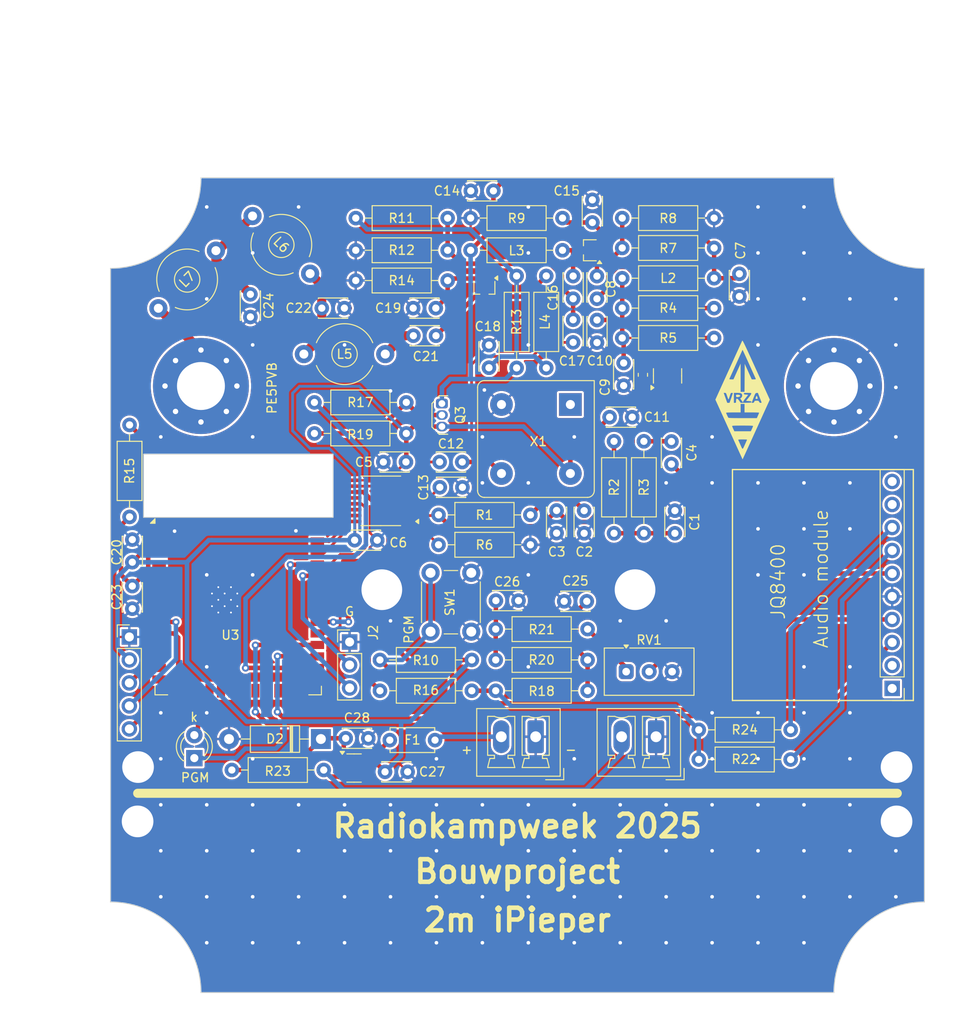
<source format=kicad_pcb>
(kicad_pcb (version 20241229) (generator "pcbnew") (generator_version "9.0")
  (title_block (title "iPieper") (date "2025-04-22") (rev "1") (company "PE5PVB"))
  (layers (0 "F.Cu" signal) (2 "B.Cu" signal) (13 "F.Paste" user) (15 "B.Paste" user) (5 "F.SilkS" user "F.Silkscreen") (7 "B.SilkS" user "B.Silkscreen") (1 "F.Mask" user) (3 "B.Mask" user) (25 "Edge.Cuts" user))
  (net 0 "")
  (net 1 "GND")
  (net 2 "Net-(U1-TUNE)")
  (net 3 "Net-(C2-Pad1)")
  (net 4 "Net-(U2-CP)")
  (net 5 "+3V3")
  (net 6 "Net-(C4-Pad1)")
  (net 7 "Net-(U1-OUT+)")
  (net 8 "Net-(Q1-B)")
  (net 9 "Net-(U1-Vcc)")
  (net 10 "Net-(X1-OUT)")
  (net 11 "Net-(U2-REFIN)")
  (net 12 "Net-(U2-RFINB)")
  (net 13 "Net-(Q1-E)")
  (net 14 "Net-(Q1-C)")
  (net 15 "Net-(Q2-B)")
  (net 16 "Net-(U2-RFINA)")
  (net 17 "Net-(Q2-E)")
  (net 18 "Net-(C21-Pad2)")
  (net 19 "Net-(Q2-C)")
  (net 20 "Net-(C22-Pad1)")
  (net 21 "Net-(C4-Pad2)")
  (net 22 "Net-(Q3-D)")
  (net 23 "Net-(U3-EN)")
  (net 24 "Net-(C26-Pad2)")
  (net 25 "Net-(C25-Pad2)")
  (net 26 "Net-(C18-Pad2)")
  (net 28 "Net-(J1-Pin_5)")
  (net 29 "Net-(J1-Pin_3)")
  (net 30 "Net-(J5-Pin_7)")
  (net 31 "Net-(J5-Pin_3)")
  (net 32 "Net-(J5-Pin_8)")
  (net 37 "Net-(J5-Pin_4)")
  (net 38 "Net-(U1-IND)")
  (net 39 "Net-(J1-Pin_4)")
  (net 40 "Net-(U1-OUT-)")
  (net 41 "Net-(U2-RSET)")
  (net 42 "Net-(U3-IO0)")
  (net 43 "Net-(U3-IO2)")
  (net 44 "Net-(J2-Pin_3)")
  (net 45 "Net-(U3-IO4)")
  (net 46 "Net-(J2-Pin_2)")
  (net 47 "Net-(J6-Pin_2)")
  (net 48 "Net-(U2-CLK)")
  (net 49 "Net-(U2-DATA)")
  (net 50 "Net-(U2-LE)")
  (net 51 "Net-(U2-MUXOUT)")
  (net 53 "Net-(Q3-G)")
  (net 59 "Net-(D2-K)")
  (net 64 "Net-(D1-A)")
  (net 74 "Net-(R16-Pad1)")
  (net 75 "Net-(C24-Pad1)")
  (net 76 "Net-(J4-Pad1)")
  (net 77 "Net-(J7-Pin_2)")
  (net 78 "Net-(R21-Pad2)")
  (footprint "Resistor_THT:R_Axial_DIN0207_L6.3mm_D2.5mm_P10.16mm_Horizontal" (layer "F.Cu") (at 222.0468 103.4796)
    (property "Reference" "R24")
    (property "Value" "1k")
  )
  (footprint "Package_SO:TSSOP-16_4.4x5mm_P0.65mm" (layer "F.Cu") (at 186.88505 78.1866 180)
    (property "Reference" "U2" (hide yes))
    (property "Value" "ADF4002BRUZ")
  )
  (footprint "Connector_Phoenix_MC:PhoenixContact_MCV_1,5_2-G-3.81_1x02_P3.81mm_Vertical" (layer "F.Cu") (at 217.3224 104.2416 180)
    (property "Reference" "J7" (hide yes))
    (property "Value" "SWITCH")
  )
  (footprint "Resistor_THT:R_Axial_DIN0207_L6.3mm_D2.5mm_P10.16mm_Horizontal" (layer "F.Cu") (at 194.279 53.848 180)
    (property "Reference" "R14")
    (property "Value" "82")
  )
  (footprint "LED_THT:LED_D3.0mm_FlatTop" (layer "F.Cu") (at 166.2684 106.6038 90)
    (property "Reference" "D1" (hide yes))
    (property "Value" "PGM")
  )
  (footprint "Resistor_THT:R_Axial_DIN0207_L6.3mm_D2.5mm_P10.16mm_Horizontal" (layer "F.Cu") (at 196.9516 99.1616 180)
    (property "Reference" "R16")
    (property "Value" "2k2")
  )
  (footprint "Package_TO_SOT_SMD:SOT-23-6" (layer "F.Cu") (at 218.597 64.3835 90)
    (property "Reference" "U1" (hide yes))
    (property "Value" "MAX2606")
  )
  (footprint "Capacitor_THT:C_Disc_D3.0mm_W2.0mm_P2.50mm" (layer "F.Cu") (at 207.1624 89.281)
    (property "Reference" "C25")
    (property "Value" "22n")
  )
  (footprint "Capacitor_THT:C_Disc_D3.0mm_W2.0mm_P2.50mm" (layer "F.Cu") (at 159.4104 84.963 90)
    (property "Reference" "C20")
    (property "Value" "100n")
  )
  (footprint "Capacitor_THT:C_Disc_D4.7mm_W2.5mm_P5.00mm" (layer "F.Cu") (at 187.8809 104.6151)
    (property "Reference" "F1")
    (property "Value" "250mA")
  )
  (footprint "Resistor_THT:R_Axial_DIN0207_L6.3mm_D2.5mm_P10.16mm_Horizontal" (layer "F.Cu") (at 222.0468 106.7562)
    (property "Reference" "R22")
    (property "Value" "1k")
  )
  (footprint "Inductor_THT:L_Toroid_Horizontal_D6.5mm_P10.00mm_Diameter7-5mm_Amidon-T25" (layer "F.Cu") (at 179.423553 53.439553 135)
    (property "Reference" "L6")
    (property "Value" "100nH")
  )
  (footprint "Resistor_THT:R_Axial_DIN0207_L6.3mm_D2.5mm_P10.16mm_Horizontal" (layer "F.Cu") (at 196.9516 95.758 180)
    (property "Reference" "R10")
    (property "Value" "10k")
  )
  (footprint "Resistor_THT:R_Axial_DIN0207_L6.3mm_D2.5mm_P10.16mm_Horizontal" (layer "F.Cu") (at 199.5932 99.1616)
    (property "Reference" "R18")
    (property "Value" "2k2")
  )
  (footprint "Package_TO_SOT_SMD:SOT-23-5" (layer "F.Cu") (at 183.9293 107.6998)
    (property "Reference" "U4" (hide yes))
    (property "Value" "MIC94310-SYM5-TR")
  )
  (footprint "Inductor_THT:L_Toroid_Horizontal_D6.5mm_P10.00mm_Diameter7-5mm_Amidon-T25" (layer "F.Cu") (at 187.88 61.976 180)
    (property "Reference" "L5")
    (property "Value" "56nH")
  )
  (footprint "Oscillator:Oscillator_DIP-8_LargePads" (layer "F.Cu") (at 207.84975 67.544 180)
    (property "Reference" "X1")
    (property "Value" "ASV-10MHz")
  )
  (footprint "Resistor_THT:R_Axial_DIN0207_L6.3mm_D2.5mm_P10.16mm_Horizontal" (layer "F.Cu") (at 201.9046 63.5 90)
    (property "Reference" "R13")
    (property "Value" "47")
  )
  (footprint "Capacitor_THT:C_Disc_D3.0mm_W2.0mm_P2.50mm" (layer "F.Cu") (at 208.153 58.1806 -90)
    (property "Reference" "C17")
    (property "Value" "100p")
  )
  (footprint "Resistor_THT:R_Axial_DIN0207_L6.3mm_D2.5mm_P10.16mm_Horizontal" (layer "F.Cu") (at 179.547 67.31)
    (property "Reference" "R17")
    (property "Value" "10k")
  )
  (footprint "Capacitor_THT:C_Disc_D3.0mm_W2.0mm_P2.50mm" (layer "F.Cu") (at 172.466 55.372 -90)
    (property "Reference" "C24")
    (property "Value" "27p")
  )
  (footprint "MountingHole:MountingHole_5.3mm_M5_Pad_Via" (layer "F.Cu") (at 167 65.5)
    (property "Reference" "J4" (hide yes))
    (property "Value" "RF")
  )
  (footprint "Capacitor_THT:C_Disc_D3.0mm_W2.0mm_P2.50mm" (layer "F.Cu") (at 202.1132 89.2048 180)
    (property "Reference" "C26")
    (property "Value" "22n")
  )
  (footprint "Diode_THT:D_DO-41_SOD81_P10.16mm_Horizontal" (layer "F.Cu") (at 180.2638 104.4956 180)
    (property "Reference" "D2")
    (property "Value" "1N4007")
  )
  (footprint "Resistor_THT:R_Axial_DIN0207_L6.3mm_D2.5mm_P10.16mm_Horizontal" (layer "F.Cu") (at 223.743 50.252 180)
    (property "Reference" "R7")
    (property "Value" "10k")
  )
  (footprint "Resistor_THT:R_Axial_DIN0207_L6.3mm_D2.5mm_P10.16mm_Horizontal" (layer "F.Cu") (at 170.4165 107.9171)
    (property "Reference" "R23")
    (property "Value" "10k")
  )
  (footprint "Capacitor_THT:C_Disc_D3.0mm_W2.0mm_P2.50mm" (layer "F.Cu") (at 219.40675 81.768 90)
    (property "Reference" "C1")
    (property "Value" "2n7")
  )
  (footprint "Capacitor_THT:C_Disc_D3.0mm_W2.0mm_P2.50mm" (layer "F.Cu") (at 193.39175 73.894)
    (property "Reference" "C12")
    (property "Value" "100p")
  )
  (footprint "Capacitor_THT:C_Disc_D3.0mm_W2.0mm_P2.50mm" (layer "F.Cu") (at 193.41175 76.688)
    (property "Reference" "C13")
    (property "Value" "1n")
  )
  (footprint "Resistor_THT:R_Axial_DIN0207_L6.3mm_D2.5mm_P10.16mm_Horizontal" (layer "F.Cu") (at 203.43015 79.736 180)
    (property "Reference" "R1")
    (property "Value" "2k")
  )
  (footprint "MountingHole:MountingHole_5.3mm_M5_Pad_Via" (layer "F.Cu") (at 237 65.5)
    (property "Reference" "J3" (hide yes))
    (property "Value" "RF")
  )
  (footprint "Resistor_THT:R_Axial_DIN0207_L6.3mm_D2.5mm_P10.16mm_Horizontal" (layer "F.Cu") (at 212.67575 71.608 -90)
    (property "Reference" "R2")
    (property "Value" "4k7")
  )
  (footprint "Resistor_THT:R_Axial_DIN0207_L6.3mm_D2.5mm_P10.16mm_Horizontal" (layer "F.Cu") (at 194.279 50.506 180)
    (property "Reference" "R12")
    (property "Value" "10k")
  )
  (footprint "Resistor_THT:R_Axial_DIN0207_L6.3mm_D2.5mm_P10.16mm_Horizontal" (layer "F.Cu") (at 213.583 46.95)
    (property "Reference" "R8")
    (property "Value" "10k")
  )
  (footprint "Capacitor_THT:C_Disc_D3.0mm_W2.0mm_P2.50mm" (layer "F.Cu") (at 210.789 55.86 90)
    (property "Reference" "C8")
    (property "Value" "1n")
  )
  (footprint "Connector_PinHeader_2.54mm:PinHeader_1x10_P2.54mm_Vertical" (layer "F.Cu") (at 243.4336 98.9076 180)
    (property "Reference" "J5" (hide yes))
    (property "Value" "JQ8400-FL")
  )
  (footprint "Resistor_THT:R_Axial_DIN0207_L6.3mm_D2.5mm_P10.16mm_Horizontal" (layer "F.Cu") (at 206.979 46.95 180)
    (property "Reference" "R9")
    (property "Value" "10")
  )
  (footprint "Capacitor_THT:C_Disc_D3.0mm_W2.0mm_P2.50mm" (layer "F.Cu") (at 210.7946 58.206 -90)
    (property "Reference" "C10")
    (property "Value" "1uF")
  )
  (footprint "Resistor_THT:R_Axial_DIN0207_L6.3mm_D2.5mm_P10.16mm_Horizontal" (layer "F.Cu") (at 205.1812 63.5 90)
    (property "Reference" "L4")
    (property "Value" "1uH")
  )
  (footprint "Connector_Phoenix_MC:PhoenixContact_MCV_1,5_2-G-3.81_1x02_P3.81mm_Vertical" (layer "F.Cu") (at 204.0128 104.2416 180)
    (property "Reference" "J6" (hide yes))
    (property "Value" "BATTERY")
  )
  (footprint "Resistor_THT:R_Axial_DIN0207_L6.3mm_D2.5mm_P10.16mm_Horizontal" (layer "F.Cu") (at 223.743 56.896 180)
    (property "Reference" "R4")
    (property "Value" "1k")
  )
  (footprint "Resistor_THT:R_Axial_DIN0207_L6.3mm_D2.5mm_P10.16mm_Horizontal" (layer "F.Cu") (at 159.1056 69.7992 -90)
    (property "Reference" "R15")
    (property "Value" "10k")
  )
  (footprint "Resistor_THT:R_Axial_DIN0207_L6.3mm_D2.5mm_P10.16mm_Horizontal" (layer "F.Cu") (at 223.743 53.594 180)
    (property "Reference" "L2")
    (property "Value" "1uH")
  )
  (footprint "Capacitor_THT:C_Disc_D3.0mm_W2.0mm_P2.50mm" (layer "F.Cu") (at 226.537 55.606 90)
    (property "Reference" "C7")
    (property "Value" "10n")
  )
  (footprint "Package_TO_SOT_SMD:SOT-323_SC-70" (layer "F.Cu") (at 198.343 54.626 -90)
    (property "Reference" "Q2" (hide yes))
    (property "Value" "BFR193")
  )
  (footprint "Resistor_THT:R_Axial_DIN0207_L6.3mm_D2.5mm_P10.16mm_Horizontal" (layer "F.Cu") (at 184.119 46.95)
    (property "Reference" "R11")
    (property "Value" "10k")
  )
  (footprint "Resistor_THT:R_Axial_DIN0207_L6.3mm_D2.5mm_P10.16mm_Horizontal" (layer "F.Cu") (at 215.97775 81.768 90)
    (property "Reference" "R3")
    (property "Value" "4k7")
  )
  (footprint "Resistor_THT:R_Axial_DIN0207_L6.3mm_D2.5mm_P10.16mm_Horizontal" (layer "F.Cu") (at 199.5932 92.3544)
    (property "Reference" "R21")
    (property "Value" "2k2")
  )
  (footprint "Button_Switch_THT:SW_PUSH_6mm" (layer "F.Cu") (at 192.3902 92.6326 90)
    (property "Reference" "SW1")
    (property "Value" "SW_Push")
  )
  (footprint "Capacitor_THT:C_Disc_D3.0mm_W2.0mm_P2.50mm" (layer "F.Cu") (at 198.851 60.98 -90)
    (property "Reference" "C18")
    (property "Value" "10n")
  )
  (footprint "Capacitor_THT:C_Disc_D3.0mm_W2.0mm_P2.50mm" (layer "F.Cu") (at 192.989 59.944 180)
    (property "Reference" "C21")
    (property "Value" "22p")
  )
  (footprint "Package_TO_SOT_SMD:SOT-323_SC-70" (layer "F.Cu") (at 210.027 50.506 180)
    (property "Reference" "Q1" (hide yes))
    (property "Value" "BFR193")
  )
  (footprint "Capacitor_THT:C_Disc_D3.0mm_W2.0mm_P2.50mm" (layer "F.Cu") (at 159.4104 90.0992 90)
    (property "Reference" "C23")
    (property "Value" "100n")
  )
  (footprint "Inductor_SMD:L_0603_1608Metric" (layer "F.Cu") (at 215.869 64.262 -90)
    (property "Reference" "L1" (hide yes))
    (property "Value" "L-14WR15GV4E")
  )
  (footprint "Capacitor_THT:C_Disc_D3.0mm_W2.0mm_P2.50mm" (layer "F.Cu") (at 183.99375 82.53)
    (property "Reference" "C6")
    (property "Value" "100n")
  )
  (footprint "Resistor_THT:R_Axial_DIN0207_L6.3mm_D2.5mm_P10.16mm_Horizontal" (layer "F.Cu") (at 196.819 50.506)
    (property "Reference" "L3")
    (property "Value" "1uH")
  )
  (footprint "Capacitor_THT:C_Disc_D3.0mm_W2.0mm_P2.50mm" (layer "F.Cu") (at 212.18775 68.941)
    (property "Reference" "C11")
    (property "Value" "100n")
  )
  (footprint "Capacitor_THT:C_Disc_D3.0mm_W2.0mm_P2.50mm" (layer "F.Cu") (at 196.839 43.942)
    (property "Reference" "C14")
    (property "Value" "10n")
  )
  (footprint "Capacitor_THT:C_Disc_D3.0mm_W2.0mm_P2.50mm" (layer "F.Cu") (at 189.66875 73.894 180)
    (property "Reference" "C5")
    (property "Value" "100n")
  )
  (footprint "Potentiometer_THT:Potentiometer_Vishay_T93YA_Vertical" (layer "F.Cu") (at 214.0204 97.0534)
    (property "Reference" "RV1")
    (property "Value" "100")
  )
  (footprint "Capacitor_THT:C_Disc_D3.0mm_W2.0mm_P2.50mm" (layer "F.Cu") (at 219.02575 71.628 -90)
    (property "Reference" "C4")
    (property "Value" "1uF")
  )
  (footprint "Capacitor_THT:C_Disc_D3.0mm_W2.0mm_P2.50mm" (layer "F.Cu") (at 213.741 62.9558 -90)
    (property "Reference" "C9")
    (property "Value" "10n")
  )
  (footprint "Capacitor_THT:C_Disc_D3.0mm_W2.0mm_P2.50mm" (layer "F.Cu") (at 208.153 53.3546 -90)
    (property "Reference" "C16")
    (property "Value" "47n")
  )
  (footprint "Resistor_THT:R_Axial_DIN0207_L6.3mm_D2.5mm_P10.16mm_Horizontal" (layer "F.Cu") (at 223.743 60.198 180)
    (property "Reference" "R5")
    (property "Value" "1k")
  )
  (footprint "Capacitor_THT:C_Disc_D3.0mm_W2.0mm_P2.50mm" (layer "F.Cu") (at 210.281 47.438 90)
    (property "Reference" "C15")
    (property "Value" "47n")
  )
  (footprint "Capacitor_THT:C_Disc_D3.0mm_W2.0mm_P2.50mm" (layer "F.Cu") (at 192.969 56.896 180)
    (property "Reference" "C19")
    (property "Value" "47n")
  )
  (footprint "Inductor_THT:L_Toroid_Horizontal_D6.5mm_P10.00mm_Diameter7-5mm_Amidon-T25" (layer "F.Cu") (at 169.009553 50.192447 -135)
    (property "Reference" "L7")
    (property "Value" "56nH")
  )
  (footprint "Resistor_THT:R_Axial_DIN0207_L6.3mm_D2.5mm_P10.16mm_Horizontal" (layer "F.Cu") (at 179.547 70.739)
    (property "Reference" "R19")
    (property "Value" "270k")
  )
  (footprint "Capacitor_THT:C_Disc_D3.0mm_W2.0mm_P2.50mm" (layer "F.Cu") (at 180.36 56.896)
    (property "Reference" "C22")
    (property "Value" "27p")
  )
  (footprint "Capacitor_THT:C_Disc_D3.0mm_W2.0mm_P2.50mm" (layer "F.Cu") (at 187.3529 108.1203)
    (property "Reference" "C27")
    (property "Value" "1uF")
  )
  (footprint "RF_Module:ESP32-WROOM-32E" (layer "F.Cu") (at 171.1198 86.6616)
    (property "Reference" "U3")
    (property "Value" "ESP32-WROOM-32D")
  )
  (footprint "Resistor_THT:R_Axial_DIN0207_L6.3mm_D2.5mm_P10.16mm_Horizontal" (layer "F.Cu") (at 193.27015 83.038)
    (property "Reference" "R6")
    (property "Value" "5k1")
  )
  (footprint "Capacitor_THT:C_Disc_D3.0mm_W2.0mm_P2.50mm" (layer "F.Cu") (at 206.32575 79.248 -90)
    (property "Reference" "C3")
    (property "Value" "6n8")
  )
  (footprint "Capacitor_THT:C_Disc_D3.0mm_W2.0mm_P2.50mm" (layer "F.Cu") (at 209.37375 79.268 -90)
    (property "Reference" "C2")
    (property "Value" "100n")
  )
  (footprint "Resistor_THT:R_Axial_DIN0207_L6.3mm_D2.5mm_P10.16mm_Horizontal" (layer "F.Cu") (at 209.7532 95.758 180)
    (property "Reference" "R20")
    (property "Value" "2k2")
  )
  (footprint "Capacitor_THT:C_Disc_D3.0mm_W2.0mm_P2.50mm" (layer "F.Cu") (at 183.0041 104.4119)
    (property "Reference" "C28")
    (property "Value" "1uF")
  )
  (footprint "Connector_PinHeader_2.54mm:PinHeader_1x03_P2.54mm_Vertical" (layer "F.Cu") (at 183.4388 93.7768)
    (property "Reference" "J2")
    (property "Value" "1x3 header")
  )
  (footprint "Connector_PinHeader_2.54mm:PinHeader_1x05_P2.54mm_Vertical" (layer "F.Cu") (at 159.0802 93.218)
    (property "Reference" "J1" (hide yes))
    (property "Value" "AUX")
  )
  (footprint "Package_TO_SOT_THT:TO-92Flat" (layer "F.Cu") (at 193.644 67.437 -90)
    (property "Reference" "Q3")
    (property "Value" "ZVP2106A")
  )
  (footprint "Library:VRZA" (layer "F.Cu") (at 226.8728 67.0052)
    (property "Reference" "G***" (hide yes))
    (property "Value" "LOGO" (hide yes))
  )
  (gr_line (start 225.7704 100.2376) (end 245.7704 100.2376) (stroke (width 0.15)) (layer "F.SilkS"))
  (gr_line (start 244 110.49) (end 160 110.49) (stroke (width 1)) (layer "F.SilkS"))
  (gr_line (start 245.7704 100.2376) (end 245.7704 74.7268) (stroke (width 0.15)) (layer "F.SilkS"))
  (gr_line (start 225.7704 74.7268) (end 245.7704 74.7268) (stroke (width 0.15)) (layer "F.SilkS"))
  (gr_line (start 225.7704 100.2376) (end 225.7704 74.7268) (stroke (width 0.15)) (layer "F.SilkS"))
  (gr_line (start 181.61 73.025) (end 181.61 80.01) (stroke (width 0.1)) (layer "Edge.Cuts"))
  (gr_arc (start 247 52.5) (mid 239.928932 49.571068) (end 237 42.5) (stroke (width 0.1)) (layer "Edge.Cuts"))
  (gr_line (start 247 122.5) (end 247 52.5) (stroke (width 0.1)) (layer "Edge.Cuts"))
  (gr_arc (start 167 42.5) (mid 164.071068 49.571068) (end 157 52.5) (stroke (width 0.1)) (layer "Edge.Cuts"))
  (gr_line (start 237 42.5) (end 167 42.5) (stroke (width 0.1)) (layer "Edge.Cuts"))
  (gr_arc (start 237 132.5) (mid 239.928932 125.428932) (end 247 122.5) (stroke (width 0.1)) (layer "Edge.Cuts"))
  (gr_line (start 181.61 80.01) (end 160.655 80.01) (stroke (width 0.1)) (layer "Edge.Cuts"))
  (gr_line (start 160.655 80.01) (end 160.655 73.025) (stroke (width 0.1)) (layer "Edge.Cuts"))
  (gr_line (start 160.655 73.025) (end 181.61 73.025) (stroke (width 0.1)) (layer "Edge.Cuts"))
  (gr_line (start 157 122.5) (end 157 52.5) (stroke (width 0.1)) (layer "Edge.Cuts"))
  (gr_arc (start 157 122.5) (mid 164.071068 125.428932) (end 167 132.5) (stroke (width 0.1)) (layer "Edge.Cuts"))
  (gr_line (start 167 132.5) (end 237 132.5) (stroke (width 0.1)) (layer "Edge.Cuts"))
  (gr_text "JQ8400" (at 231.6988 91.4146 90) (layer "F.SilkS") (effects (font (size 1.5 1.5)) (justify left bottom)))
  (gr_text "PE5PVB" (at 175.4378 68.6816 90) (layer "F.SilkS") (effects (font (size 1 1)) (justify left bottom)))
  (gr_text "-" (at 207.1878 106.2482 0) (layer "F.SilkS") (effects (font (size 1 1)) (justify left bottom)))
  (gr_text "Bouwproject" (at 201.9808 120.5992 0) (layer "F.SilkS") (effects (font (size 2.5 2.5) (thickness 0.5) (bold yes)) (justify bottom)))
  (gr_text "2m iPieper" (at 201.9808 125.9586 0) (layer "F.SilkS") (effects (font (size 2.5 2.5) (thickness 0.5) (bold yes)) (justify bottom)))
  (gr_text "PGM" (at 164.6936 109.347 0) (layer "F.SilkS") (effects (font (size 1 1)) (justify left bottom)))
  (gr_text "PGM\n" (at 190.5762 94.0562 90) (layer "F.SilkS") (effects (font (size 1 1)) (justify left bottom)))
  (gr_text "G" (at 182.8292 91.0082 0) (layer "F.SilkS") (effects (font (size 1 1)) (justify left bottom)))
  (gr_text "Radiokampweek 2025" (at 201.9808 115.57 0) (layer "F.SilkS") (effects (font (size 2.5 2.5) (thickness 0.5) (bold yes)) (justify bottom)))
  (gr_text "+" (at 195.6816 106.2482 0) (layer "F.SilkS") (effects (font (size 1 1)) (justify left bottom)))
  (gr_text "k" (at 165.735 102.6668 0) (layer "F.SilkS") (effects (font (size 1 1)) (justify left bottom)))
  (gr_text "Audio module" (at 236.4486 94.5642 90) (layer "F.SilkS") (effects (font (size 1.5 1.5)) (justify left bottom)))
  (segment (start 183.043 57.059) (end 183.043 57.313) (width 0.5) (layer "F.Cu") (net 1))
  (segment (start 183.46 56.896) (end 183.043 57.313) (width 0.5) (layer "F.Cu") (net 1))
  (via (at 203.2 45.72) (size 0.8) (drill 0.4) (layers "F.Cu" "B.Cu") (net 1))
  (via (at 218.44 111.76) (size 0.8) (drill 0.4) (layers "F.Cu" "B.Cu") (net 1))
  (via (at 223.52 101.6) (size 0.8) (drill 0.4) (layers "F.Cu" "B.Cu") (net 1))
  (via (at 223.52 111.76) (size 0.8) (drill 0.4) (layers "F.Cu" "B.Cu") (net 1))
  (via (at 238.76 101.6) (size 0.8) (drill 0.4) (layers "F.Cu" "B.Cu") (net 1))
  (via (at 203.2 121.92) (size 0.8) (drill 0.4) (layers "F.Cu" "B.Cu") (net 1))
  (via (at 213.36 116.84) (size 0.8) (drill 0.4) (layers "F.Cu" "B.Cu") (net 1))
  (via (at 172.72 60.96) (size 0.8) (drill 0.4) (layers "F.Cu" "B.Cu") (net 1))
  (via (at 233.68 106.68) (size 0.8) (drill 0.4) (layers "F.Cu" "B.Cu") (net 1))
  (via (at 187.96 127) (size 0.8) (drill 0.4) (layers "F.Cu" "B.Cu") (net 1))
  (via (at 187 88) (size 5) (drill 4.5) (layers "F.Cu" "B.Cu") (net 1))
  (via (at 238.76 96.52) (size 0.8) (drill 0.4) (layers "F.Cu" "B.Cu") (net 1))
  (via (at 198.12 111.76) (size 0.8) (drill 0.4) (layers "F.Cu" "B.Cu") (net 1))
  (via (at 238.76 81.28) (size 0.8) (drill 0.4) (layers "F.Cu" "B.Cu") (net 1))
  (via (at 162.56 71.12) (size 0.8) (drill 0.4) (layers "F.Cu" "B.Cu") (net 1))
  (via (at 187.96 91.44) (size 0.8) (drill 0.4) (layers "F.Cu" "B.Cu") (net 1))
  (via (at 193.04 111.76) (size 0.8) (drill 0.4) (layers "F.Cu" "B.Cu") (net 1))
  (via (at 233.68 101.6) (size 0.8) (drill 0.4) (layers "F.Cu" "B.Cu") (net 1))
  (via (at 160.0454 107.5944) (size 4) (drill 3.5) (layers "F.Cu" "B.Cu") (net 1))
  (via (at 223.52 116.84) (size 0.8) (drill 0.4) (layers "F.Cu" "B.Cu") (net 1))
  (via (at 213.36 127) (size 0.8) (drill 0.4) (layers "F.Cu" "B.Cu") (net 1))
  (via (at 243.84 71.12) (size 0.8) (drill 0.4) (layers "F.Cu" "B.Cu") (net 1))
  (via (at 203.2 96.52) (size 0.8) (drill 0.4) (layers "F.Cu" "B.Cu") (net 1))
  (via (at 182.88 111.76) (size 0.8) (drill 0.4) (layers "F.Cu" "B.Cu") (net 1))
  (via (at 218.44 127) (size 0.8) (drill 0.4) (layers "F.Cu" "B.Cu") (net 1))
  (via (at 172.72 111.76) (size 0.8) (drill 0.4) (layers "F.Cu" "B.Cu") (net 1))
  (via (at 167.64 45.72) (size 0.8) (drill 0.4) (layers "F.Cu" "B.Cu") (net 1))
  (via (at 208.28 111.76) (size 0.8) (drill 0.4) (layers "F.Cu" "B.Cu") (net 1))
  (via (at 172.72 106.68) (size 0.8) (drill 0.4) (layers "F.Cu" "B.Cu") (net 1))
  (via (at 182.88 121.92) (size 0.8) (drill 0.4) (layers "F.Cu" "B.Cu") (net 1))
  (via (at 208.28 106.68) (size 0.8) (drill 0.4) (layers "F.Cu" "B.Cu") (net 1))
  (via (at 218.44 76.2) (size 0.8) (drill 0.4) (layers "F.Cu" "B.Cu") (net 1))
  (via (at 203.2 86.36) (size 0.8) (drill 0.4) (layers "F.Cu" "B.Cu") (net 1))
  (via (at 228.6 101.6) (size 0.8) (drill 0.4) (layers "F.Cu" "B.Cu") (net 1))
  (via (at 233.68 116.84) (size 0.8) (drill 0.4) (layers "F.Cu" "B.Cu") (net 1))
  (via (at 223.52 121.92) (size 0.8) (drill 0.4) (layers "F.Cu" "B.Cu") (net 1))
  (via (at 208.28 121.92) (size 0.8) (drill 0.4) (layers "F.Cu" "B.Cu") (net 1))
  (via (at 203.2 60.96) (size 0.8) (drill 0.4) (layers "F.Cu" "B.Cu") (net 1))
  (via (at 233.68 96.52) (size 0.8) (drill 0.4) (layers "F.Cu" "B.Cu") (net 1))
  (via (at 238.76 76.2) (size 0.8) (drill 0.4) (layers "F.Cu" "B.Cu") (net 1))
  (via (at 233.68 45.72) (size 0.8) (drill 0.4) (layers "F.Cu" "B.Cu") (net 1))
  (via (at 177.8 121.92) (size 0.8) (drill 0.4) (layers "F.Cu" "B.Cu") (net 1))
  (via (at 243.84 121.92) (size 0.8) (drill 0.4) (layers "F.Cu" "B.Cu") (net 1))
  (via (at 243.9162 113.5944) (size 4) (drill 3.5) (layers "F.Cu" "B.Cu") (net 1))
  (via (at 193.04 127) (size 0.8) (drill 0.4) (layers "F.Cu" "B.Cu") (net 1))
  (via (at 177.8 116.84) (size 0.8) (drill 0.4) (layers "F.Cu" "B.Cu") (net 1))
  (via (at 203.2 127) (size 0.8) (drill 0.4) (layers "F.Cu" "B.Cu") (net 1))
  (via (at 233.68 111.76) (size 0.8) (drill 0.4) (layers "F.Cu" "B.Cu") (net 1))
  (via (at 167.64 101.6) (size 0.8) (drill 0.4) (layers "F.Cu" "B.Cu") (net 1))
  (via (at 238.76 121.92) (size 0.8) (drill 0.4) (layers "F.Cu" "B.Cu") (net 1))
  (via (at 238.76 55.88) (size 0.8) (drill 0.4) (layers "F.Cu" "B.Cu") (net 1))
  (via (at 198.12 121.92) (size 0.8) (drill 0.4) (layers "F.Cu" "B.Cu") (net 1))
  (via (at 228.6 45.72) (size 0.8) (drill 0.4) (layers "F.Cu" "B.Cu") (net 1))
  (via (at 177.8 127) (size 0.8) (drill 0.4) (layers "F.Cu" "B.Cu") (net 1))
  (via (at 243.84 65.654) (size 0.8) (drill 0.4) (layers "F.Cu" "B.Cu") (net 1))
  (via (at 228.6 116.84) (size 0.8) (drill 0.4) (layers "F.Cu" "B.Cu") (net 1))
  (via (at 159.9946 113.5944) (size 4) (drill 3.5) (layers "F.Cu" "B.Cu") (net 1))
  (via (at 233.68 81.28) (size 0.8) (drill 0.4) (layers "F.Cu" "B.Cu") (net 1))
  (via (at 162.56 106.68) (size 0.8) (drill 0.4) (layers "F.Cu" "B.Cu") (net 1))
  (via (at 193.04 106.68) (size 0.8) (drill 0.4) (layers "F.Cu" "B.Cu") (net 1))
  (via (at 213.36 121.92) (size 0.8) (drill 0.4) (layers "F.Cu" "B.Cu") (net 1))
  (via (at 228.6 81.28) (size 0.8) (drill 0.4) (layers "F.Cu" "B.Cu") (net 1))
  (via (at 187.96 116.84) (size 0.8) (drill 0.4) (layers "F.Cu" "B.Cu") (net 1))
  (via (at 167.64 127) (size 0.8) (drill 0.4) (layers "F.Cu" "B.Cu") (net 1))
  (via (at 233.68 86.36) (size 0.8) (drill 0.4) (layers "F.Cu" "B.Cu") (net 1))
  (via (at 172.72 121.92) (size 0.8) (drill 0.4) (layers "F.Cu" "B.Cu") (net 1))
  (via (at 215 88) (size 5) (drill 4.5) (layers "F.Cu" "B.Cu") (net 1))
  (via (at 218.44 91.44) (size 0.8) (drill 0.4) (layers "F.Cu" "B.Cu") (net 1))
  (via (at 172.72 50.8) (size 0.8) (drill 0.4) (layers "F.Cu" "B.Cu") (net 1))
  (via (at 223.52 106.68) (size 0.8) (drill 0.4) (layers "F.Cu" "B.Cu") (net 1))
  (via (at 233.68 76.2) (size 0.8) (drill 0.4) (layers "F.Cu" "B.Cu") (net 1))
  (via (at 223.52 127) (size 0.8) (drill 0.4) (layers "F.Cu" "B.Cu") (net 1))
  (via (at 223.52 71.12) (size 0.8) (drill 0.4) (layers "F.Cu" "B.Cu") (net 1))
  (via (at 162.56 116.84) (size 0.8) (drill 0.4) (layers "F.Cu" "B.Cu") (net 1))
  (via (at 243.84 116.84) (size 0.8) (drill 0.4) (layers "F.Cu" "B.Cu") (net 1))
  (via (at 218.44 116.84) (size 0.8) (drill 0.4) (layers "F.Cu" "B.Cu") (net 1))
  (via (at 167.64 96.52) (size 0.8) (drill 0.4) (layers "F.Cu" "B.Cu") (net 1))
  (via (at 243.84 55.88) (size 0.8) (drill 0.4) (layers "F.Cu" "B.Cu") (net 1))
  (via (at 182.88 116.84) (size 0.8) (drill 0.4) (layers "F.Cu" "B.Cu") (net 1))
  (via (at 213.36 91.44) (size 0.8) (drill 0.4) (layers "F.Cu" "B.Cu") (net 1))
  (via (at 233.68 121.92) (size 0.8) (drill 0.4) (layers "F.Cu" "B.Cu") (net 1))
  (via (at 172.72 116.84) (size 0.8) (drill 0.4) (layers "F.Cu" "B.Cu") (net 1))
  (via (at 193.04 116.84) (size 0.8) (drill 0.4) (layers "F.Cu" "B.Cu") (net 1))
  (via (at 164.084 81.534) (size 0.8) (drill 0.4) (layers "F.Cu" "B.Cu") (net 1))
  (via (at 167.64 121.92) (size 0.8) (drill 0.4) (layers "F.Cu" "B.Cu") (net 1))
  (via (at 238.76 50.8) (size 0.8) (drill 0.4) (layers "F.Cu" "B.Cu") (net 1))
  (via (at 167.64 55.88) (size 0.8) (drill 0.4) (layers "F.Cu" "B.Cu") (net 1))
  (via (at 233.68 127) (size 0.8) (drill 0.4) (layers "F.Cu" "B.Cu") (net 1))
  (via (at 208.28 127) (size 0.8) (drill 0.4) (layers "F.Cu" "B.Cu") (net 1))
  (via (at 213.36 111.76) (size 0.8) (drill 0.4) (layers "F.Cu" "B.Cu") (net 1))
  (via (at 218.44 121.92) (size 0.8) (drill 0.4) (layers "F.Cu" "B.Cu") (net 1))
  (via (at 233.68 50.8) (size 0.8) (drill 0.4) (layers "F.Cu" "B.Cu") (net 1))
  (via (at 203.2 116.84) (size 0.8) (drill 0.4) (layers "F.Cu" "B.Cu") (net 1))
  (via (at 167.64 111.76) (size 0.8) (drill 0.4) (layers "F.Cu" "B.Cu") (net 1))
  (via (at 187.96 66.04) (size 0.8) (drill 0.4) (layers "F.Cu" "B.Cu") (net 1))
  (via (at 177.8 45.72) (size 0.8) (drill 0.4) (layers "F.Cu" "B.Cu") (net 1))
  (via (at 228.6 127) (size 0.8) (drill 0.4) (layers "F.Cu" "B.Cu") (net 1))
  (via (at 228.6 60.96) (size 0.8) (drill 0.4) (layers "F.Cu" "B.Cu") (net 1))
  (via (at 233.68 55.88) (size 0.8) (drill 0.4) (layers "F.Cu" "B.Cu") (net 1))
  (via (at 243.9162 107.5944) (size 4) (drill 3.5) (layers "F.Cu" "B.Cu") (net 1))
  (via (at 182.88 60.96) (size 0.8) (drill 0.4) (layers "F.Cu" "B.Cu") (net 1))
  (via (at 187.96 121.92) (size 0.8) (drill 0.4) (layers "F.Cu" "B.Cu") (net 1))
  (via (at 167.64 116.84) (size 0.8) (drill 0.4) (layers "F.Cu" "B.Cu") (net 1))
  (via (at 177.8 111.76) (size 0.8) (drill 0.4) (layers "F.Cu" "B.Cu") (net 1))
  (via (at 228.6 106.68) (size 0.8) (drill 0.4) (layers "F.Cu" "B.Cu") (net 1))
  (via (at 162.56 111.76) (size 0.8) (drill 0.4) (layers "F.Cu" "B.Cu") (net 1))
  (via (at 228.6 50.8) (size 0.8) (drill 0.4) (layers "F.Cu" "B.Cu") (net 1))
  (via (at 162.56 101.6) (size 0.8) (drill 0.4) (layers "F.Cu" "B.Cu") (net 1))
  (via (at 203.2 50.8) (size 0.8) (drill 0.4) (layers "F.Cu" "B.Cu") (net 1))
  (via (at 177.5 81.5) (size 0.8) (drill 0.4) (layers "F.Cu" "B.Cu") (net 1))
  (via (at 182.88 127) (size 0.8) (drill 0.4) (layers "F.Cu" "B.Cu") (net 1))
  (via (at 172.72 127) (size 0.8) (drill 0.4) (layers "F.Cu" "B.Cu") (net 1))
  (via (at 243.84 60.96) (size 0.8) (drill 0.4) (layers "F.Cu" "B.Cu") (net 1))
  (via (at 167.64 86.36) (size 0.8) (drill 0.4) (layers "F.Cu" "B.Cu") (net 1))
  (via (at 223.52 76.2) (size 0.8) (drill 0.4) (layers "F.Cu" "B.Cu") (net 1))
  (via (at 238.76 106.68) (size 0.8) (drill 0.4) (layers "F.Cu" "B.Cu") (net 1))
  (via (at 228.6 76.2) (size 0.8) (drill 0.4) (layers "F.Cu" "B.Cu") (net 1))
  (via (at 198.12 71.12) (size 0.8) (drill 0.4) (layers "F.Cu" "B.Cu") (net 1))
  (via (at 198.12 76.2) (size 0.8) (drill 0.4) (layers "F.Cu" "B.Cu") (net 1))
  (via (at 198.33975 65.94) (size 0.8) (drill 0.4) (layers "F.Cu" "B.Cu") (net 1))
  (via (at 208.28 116.84) (size 0.8) (drill 0.4) (layers "F.Cu" "B.Cu") (net 1))
  (via (at 203.2 111.76) (size 0.8) (drill 0.4) (layers "F.Cu" "B.Cu") (net 1))
  (via (at 198.12 127) (size 0.8) (drill 0.4) (layers "F.Cu" "B.Cu") (net 1))
  (via (at 228.6 121.92) (size 0.8) (drill 0.4) (layers "F.Cu" "B.Cu") (net 1))
  (via (at 228.6 86.36) (size 0.8) (drill 0.4) (layers "F.Cu" "B.Cu") (net 1))
  (via (at 228.6 55.88) (size 0.8) (drill 0.4) (layers "F.Cu" "B.Cu") (net 1))
  (via (at 228.6 111.76) (size 0.8) (drill 0.4) (layers "F.Cu" "B.Cu") (net 1))
  (via (at 172.72 86.36) (size 0.8) (drill 0.4) (layers "F.Cu" "B.Cu") (net 1))
  (via (at 162.56 121.92) (size 0.8) (drill 0.4) (layers "F.Cu" "B.Cu") (net 1))
  (via (at 208.28 71.12) (size 0.8) (drill 0.4) (layers "F.Cu" "B.Cu") (net 1))
  (via (at 238.76 116.84) (size 0.8) (drill 0.4) (layers "F.Cu" "B.Cu") (net 1))
  (via (at 193.04 121.92) (size 0.8) (drill 0.4) (layers "F.Cu" "B.Cu") (net 1))
  (via (at 203.2 76.2) (size 0.8) (drill 0.4) (layers "F.Cu" "B.Cu") (net 1))
  (via (at 172.72 71.12) (size 0.8) (drill 0.4) (layers "F.Cu" "B.Cu") (net 1))
  (via (at 238.76 111.76) (size 0.8) (drill 0.4) (layers "F.Cu" "B.Cu") (net 1))
  (via (at 187.96 111.76) (size 0.8) (drill 0.4) (layers "F.Cu" "B.Cu") (net 1))
  (segment (start 215.97775 81.768) (end 219.40675 81.768) (width 0.5) (layer "F.Cu") (net 2))
  (segment (start 214.72675 70.90785) (end 214.72675 81.76725) (width 0.5) (layer "F.Cu") (net 2))
  (segment (start 212.67575 81.768) (end 214.726 81.768) (width 0.5) (layer "F.Cu") (net 2))
  (segment (start 219.547 65.521) (end 219.547 68.4382) (width 0.5) (layer "F.Cu") (net 2))
  (segment (start 214.726 81.768) (end 215.97775 81.768) (width 0.5) (layer "F.Cu") (net 2))
  (segment (start 218.0336 69.9516) (end 215.683 69.9516) (width 0.5) (layer "F.Cu") (net 2))
  (segment (start 219.547 68.4382) (end 218.0336 69.9516) (width 0.5) (layer "F.Cu") (net 2))
  (segment (start 215.683 69.9516) (end 214.72675 70.90785) (width 0.5) (layer "F.Cu") (net 2))
  (segment (start 214.72675 81.76725) (end 214.726 81.768) (width 0.5) (layer "F.Cu") (net 2))
  (segment (start 208.10275 77.997) (end 209.37375 79.268) (width 0.5) (layer "F.Cu") (net 3))
  (segment (start 205.16915 77.997) (end 208.10275 77.997) (width 0.5) (layer "F.Cu") (net 3))
  (segment (start 203.43015 79.736) (end 205.16915 77.997) (width 0.5) (layer "F.Cu") (net 3))
  (segment (start 194.52115 80.987) (end 193.27015 79.736) (width 0.5) (layer "F.Cu") (net 4))
  (segment (start 189.74755 79.8116) (end 193.19455 79.8116) (width 0.3) (layer "F.Cu") (net 4))
  (segment (start 204.58675 80.987) (end 194.52115 80.987) (width 0.5) (layer "F.Cu") (net 4))
  (segment (start 212.67575 77.735182) (end 209.892932 80.518) (width 0.5) (layer "F.Cu") (net 4))
  (segment (start 193.19455 79.8116) (end 193.27015 79.736) (width 0.3) (layer "F.Cu") (net 4))
  (segment (start 212.67575 71.608) (end 212.67575 77.735182) (width 0.5) (layer "F.Cu") (net 4))
  (segment (start 207.59575 80.518) (end 206.32575 79.248) (width 0.5) (layer "F.Cu") (net 4))
  (segment (start 206.32575 79.248) (end 204.58675 80.987) (width 0.5) (layer "F.Cu") (net 4))
  (segment (start 209.892932 80.518) (end 207.59575 80.518) (width 0.5) (layer "F.Cu") (net 4))
  (segment (start 184.02255 79.8116) (end 184.02255 80.4616) (width 0.3) (layer "F.Cu") (net 5))
  (segment (start 188.41875 76.5616) (end 188.41875 75.144) (width 0.3) (layer "F.Cu") (net 5))
  (segment (start 185.9824 106.7498) (end 187.3529 108.1203) (width 0.5) (layer "F.Cu") (net 5))
  (segment (start 161.7926 82.6716) (end 162.3698 82.6716) (width 0.5) (layer "F.Cu") (net 5))
  (segment (start 195.326 95.758) (end 194.7418 96.3422) (width 0.5) (layer "F.Cu") (net 5))
  (segment (start 194.7418 96.3422) (end 194.7418 97.1296) (width 0.5) (layer "F.Cu") (net 5))
  (segment (start 223.583854 99.182) (end 236.558254 86.2076) (width 0.5) (layer "F.Cu") (net 5))
  (segment (start 196.9516 95.758) (end 195.326 95.758) (width 0.5) (layer "F.Cu") (net 5))
  (segment (start 194.7672 97.155) (end 194.7672 99.7458) (width 0.5) (layer "F.Cu") (net 5))
  (segment (start 160.404 71.0976) (end 160.404 81.283) (width 0.5) (layer "F.Cu") (net 5))
  (segment (start 222.101072 99.182) (end 223.583854 99.182) (width 0.5) (layer "F.Cu") (net 5))
  (segment (start 184.02255 80.4616) (end 184.02255 82.5012) (width 0.3) (layer "F.Cu") (net 5))
  (segment (start 190.469 69.977) (end 189.707 70.739) (width 0.5) (layer "F.Cu") (net 5))
  (segment (start 243.4336 86.2076) (end 240.6904 86.2076) (width 0.5) (layer "F.Cu") (net 5))
  (segment (start 193.644 69.977) (end 190.469 69.977) (width 0.5) (layer "F.Cu") (net 5))
  (segment (start 207.84975 73.279) (end 212.18775 68.941) (width 0.5) (layer "F.Cu") (net 5))
  (segment (start 189.707 70.739) (end 189.707 73.85575) (width 0.5) (layer "F.Cu") (net 5))
  (segment (start 184.02255 82.5012) (end 183.99375 82.53) (width 0.3) (layer "F.Cu") (net 5))
  (segment (start 159.4104 84.963) (end 161.7018 82.6716) (width 0.5) (layer "F.Cu") (net 5))
  (segment (start 159.1056 69.7992) (end 160.404 71.0976) (width 0.5) (layer "F.Cu") (net 5))
  (segment (start 184.02255 82.7552) (end 183.99375 82.784) (width 0.3) (layer "F.Cu") (net 5))
  (segment (start 184.02255 76.5616) (end 188.41875 76.5616) (width 0.3) (layer "F.Cu") (net 5))
  (segment (start 207.84975 75.164) (end 207.84975 73.279) (width 0.5) (layer "F.Cu") (net 5))
  (segment (start 236.558254 86.2076) (end 240.6904 86.2076) (width 0.5) (layer "F.Cu") (net 5))
  (segment (start 188.41875 76.5616) (end 189.74755 76.5616) (width 0.3) (layer "F.Cu") (net 5))
  (segment (start 185.0668 106.7498) (end 185.9824 106.7498) (width 0.5) (layer "F.Cu") (net 5))
  (segment (start 195.575 100.5536) (end 220.729472 100.5536) (width 0.5) (layer "F.Cu") (net 5))
  (segment (start 161.7018 82.6716) (end 162.3698 82.6716) (width 0.5) (layer "F.Cu") (net 5))
  (segment (start 220.729472 100.5536) (end 222.101072 99.182) (width 0.5) (layer "F.Cu") (net 5))
  (segment (start 194.7418 97.1296) (end 194.7672 97.155) (width 0.5) (layer "F.Cu") (net 5))
  (segment (start 160.404 81.283) (end 161.7926 82.6716) (width 0.5) (layer "F.Cu") (net 5))
  (segment (start 194.7672 99.7458) (end 195.575 100.5536) (width 0.5) (layer "F.Cu") (net 5))
  (segment (start 188.41875 75.144) (end 189.66875 73.894) (width 0.3) (layer "F.Cu") (net 5))
  (segment (start 189.707 73.85575) (end 189.66875 73.894) (width 0.5) (layer "F.Cu") (net 5))
  (segment (start 181.188546 72.39) (end 179.07 72.39) (width 0.3) (layer "B.Cu") (net 5))
  (segment (start 157.7792 86.5942) (end 159.4104 84.963) (width 0.5) (layer "B.Cu") (net 5))
  (segment (start 165.4248 84.9684) (end 167.8632 82.53) (width 0.5) (layer "B.Cu") (net 5))
  (segment (start 165.4556 95.9612) (end 172.0088 102.5144) (width 0.5) (layer "B.Cu") (net 5))
  (segment (start 177.134 66.294) (end 177.134 69.85) (width 0.3) (layer "B.Cu") (net 5))
  (segment (start 183.99375 75.195204) (end 181.188546 72.39) (width 0.3) (layer "B.Cu") (net 5))
  (segment (start 189.1319 102.5687) (end 189.1284 102.5652) (width 0.5) (layer "B.Cu") (net 5))
  (segment (start 184.5 65.532) (end 177.896 65.532) (width 0.3) (layer "B.Cu") (net 5))
  (segment (start 172.0596 102.5652) (end 172.0088 102.5144) (width 0.5) (layer "B.Cu") (net 5))
  (segment (start 189.1284 102.5652) (end 183.6928 102.5652) (width 0.5) (layer "B.Cu") (net 5))
  (segment (start 183.6928 102.5652) (end 176.2506 102.5652) (width 0.5) (layer "B.Cu") (net 5))
  (segment (start 170.8531 106.6038) (end 166.2684 106.6038) (width 0.5) (layer "B.Cu") (net 5))
  (segment (start 189.707 70.739) (end 184.5 65.532) (width 0.3) (layer "B.Cu") (net 5))
  (segment (start 202.66275 69.977) (end 193.644 69.977) (width 0.5) (layer "B.Cu") (net 5))
  (segment (start 175.26 105.5624) (end 176.2506 104.5718) (width 0.5) (layer "B.Cu") (net 5))
  (segment (start 171.8945 105.5624) (end 175.26 105.5624) (width 0.5) (layer "B.Cu") (net 5))
  (segment (start 165.4248 84.9684) (end 165.4556 84.9376) (width 0.5) (layer "B.Cu") (net 5))
  (segment (start 189.1319 106.3413) (end 189.1319 102.5687) (width 0.5) (layer "B.Cu") (net 5))
  (segment (start 190.1444 102.5652) (end 196.9516 95.758) (width 0.5) (layer "B.Cu") (net 5))
  (segment (start 177.134 70.454) (end 177.134 69.85) (width 0.3) (layer "B.Cu") (net 5))
  (segment (start 176.2506 104.5718) (end 176.2506 102.5652) (width 0.5) (layer "B.Cu") (net 5))
  (segment (start 187.3529 108.1203) (end 189.1319 106.3413) (width 0.5) (layer "B.Cu") (net 5))
  (segment (start 190.1444 102.5652) (end 189.1284 102.5652) (width 0.5) (layer "B.Cu") (net 5))
  (segment (start 165.4556 84.9376) (end 165.4556 95.9612) (width 0.5) (layer "B.Cu") (net 5))
  (segment (start 177.896 65.532) (end 177.134 66.294) (width 0.3) (layer "B.Cu") (net 5))
  (segment (start 157.7792 94.457) (end 157.7792 86.5942) (width 0.5) (layer "B.Cu") (net 5))
  (segment (start 168.1988 82.53) (end 183.99375 82.53) (width 0.5) (layer "B.Cu") (net 5))
  (segment (start 159.385 84.9684) (end 165.4248 84.9684) (width 0.5) (layer "B.Cu") (net 5))
  (segment (start 183.99375 82.53) (end 183.99375 75.195204) (width 0.3) (layer "B.Cu") (net 5))
  (segment (start 167.8632 82.53) (end 168.1988 82.53) (width 0.5) (layer "B.Cu") (net 5))
  (segment (start 179.07 72.39) (end 177.134 70.454) (width 0.3) (layer "B.Cu") (net 5))
  (segment (start 176.2506 102.5652) (end 172.0596 102.5652) (width 0.5) (layer "B.Cu") (net 5))
  (segment (start 171.8945 105.5624) (end 170.8531 106.6038) (width 0.5) (layer "B.Cu") (net 5))
  (segment (start 207.84975 75.164) (end 202.66275 69.977) (width 0.5) (layer "B.Cu") (net 5))
  (segment (start 159.0802 95.758) (end 157.7792 94.457) (width 0.5) (layer "B.Cu") (net 5))
  (segment (start 215.97775 71.608) (end 219.00575 71.608) (width 0.5) (layer "F.Cu") (net 6))
  (segment (start 219.00575 71.608) (end 219.02575 71.628) (width 0.5) (layer "F.Cu") (net 6))
  (segment (start 213.064818 52.343) (end 214.101182 52.343) (width 0.5) (layer "F.Cu") (net 7))
  (segment (start 212.04 53.367818) (end 213.064818 52.343) (width 0.5) (layer "F.Cu") (net 7))
  (segment (start 212.04 54.609) (end 212.04 53.367818) (width 0.5) (layer "F.Cu") (net 7))
  (segment (start 223.743 56.896) (end 217.647 56.896) (width 0.5) (layer "F.Cu") (net 7))
  (segment (start 214.101182 52.343) (end 217.647 55.888818) (width 0.5) (layer "F.Cu") (net 7))
  (segment (start 217.647 56.896) (end 217.647 63.246) (width 0.5) (layer "F.Cu") (net 7))
  (segment (start 210.789 55.86) (end 212.04 54.609) (width 0.5) (layer "F.Cu") (net 7))
  (segment (start 217.647 55.888818) (end 217.647 56.896) (width 0.5) (layer "F.Cu") (net 7))
  (segment (start 210.789 51.394) (end 211.027 51.156) (width 0.5) (layer "F.Cu") (net 8))
  (segment (start 212.679 51.156) (end 213.583 50.252) (width 0.5) (layer "F.Cu") (net 8))
  (segment (start 210.789 53.36) (end 210.789 51.394) (width 0.5) (layer "F.Cu") (net 8))
  (segment (start 211.027 51.156) (end 212.679 51.156) (width 0.5) (layer "F.Cu") (net 8))
  (segment (start 213.583 50.252) (end 213.583 46.95) (width 0.5) (layer "F.Cu") (net 8))
  (segment (start 217.021 63.959822) (end 217.295678 64.2345) (width 0.25) (layer "F.Cu") (net 9))
  (segment (start 213.741 62.9558) (end 213.741 60.356) (width 0.5) (layer "F.Cu") (net 9))
  (segment (start 213.583 53.594) (end 213.583 56.896) (width 0.5) (layer "F.Cu") (net 9))
  (segment (start 218.597 63.635822) (end 218.597 63.246) (width 0.25) (layer "F.Cu") (net 9))
  (segment (start 217.021 62.50463) (end 217.021 63.959822) (width 0.25) (layer "F.Cu") (net 9))
  (segment (start 217.998322 64.2345) (end 218.597 63.635822) (width 0.25) (layer "F.Cu") (net 9))
  (segment (start 214.71437 60.198) (end 217.021 62.50463) (width 0.25) (layer "F.Cu") (net 9))
  (segment (start 213.583 60.198) (end 213.583 58.166) (width 0.5) (layer "F.Cu") (net 9))
  (segment (start 213.741 60.356) (end 213.583 60.198) (width 0.5) (layer "F.Cu") (net 9))
  (segment (start 213.583 58.166) (end 213.583 56.896) (width 0.5) (layer "F.Cu") (net 9))
  (segment (start 217.295678 64.2345) (end 217.998322 64.2345) (width 0.25) (layer "F.Cu") (net 9))
  (segment (start 213.543 58.206) (end 213.583 58.166) (width 0.5) (layer "F.Cu") (net 9))
  (segment (start 213.583 60.198) (end 214.71437 60.198) (width 0.25) (layer "F.Cu") (net 9))
  (segment (start 210.7946 58.206) (end 213.543 58.206) (width 0.5) (layer "F.Cu") (net 9))
  (segment (start 195.89175 73.894) (end 198.95975 73.894) (width 0.5) (layer "F.Cu") (net 10))
  (segment (start 198.95975 73.894) (end 200.22975 75.164) (width 0.5) (layer "F.Cu") (net 10))
  (segment (start 189.74755 75.9116) (end 190.08415 75.9116) (width 0.3) (layer "F.Cu") (net 11))
  (segment (start 190.08415 75.9116) (end 192.10175 73.894) (width 0.3) (layer "F.Cu") (net 11))
  (segment (start 192.10175 73.894) (end 193.39175 73.894) (width 0.3) (layer "F.Cu") (net 11))
  (segment (start 189.74755 77.8616) (end 192.23815 77.8616) (width 0.3) (layer "F.Cu") (net 12))
  (segment (start 192.23815 77.8616) (end 193.41175 76.688) (width 0.3) (layer "F.Cu") (net 12))
  (segment (start 207.467 47.438) (end 206.979 46.95) (width 0.5) (layer "F.Cu") (net 13))
  (segment (start 211.027 49.856) (end 211.027 48.184) (width 0.5) (layer "F.Cu") (net 13))
  (segment (start 210.281 47.438) (end 207.467 47.438) (width 0.5) (layer "F.Cu") (net 13))
  (segment (start 211.027 48.184) (end 210.281 47.438) (width 0.5) (layer "F.Cu") (net 13))
  (segment (start 208.153 50.506) (end 206.979 50.506) (width 0.5) (layer "F.Cu") (net 14))
  (segment (start 209.027 50.506) (end 208.153 50.506) (width 0.5) (layer "F.Cu") (net 14))
  (segment (start 208.153 53.3546) (end 208.153 50.506) (width 0.5) (layer "F.Cu") (net 14))
  (segment (start 198.978 51.9865) (end 195.7595 51.9865) (width 0.5) (layer "F.Cu") (net 15))
  (segment (start 198.993 53.626) (end 198.993 52.0015) (width 0.5) (layer "F.Cu") (net 15))
  (segment (start 205.611882 52.0015) (end 198.993 52.0015) (width 0.5) (layer "F.Cu") (net 15))
  (segment (start 206.902 53.291618) (end 205.611882 52.0015) (width 0.5) (layer "F.Cu") (net 15))
  (segment (start 195.7595 51.9865) (end 194.279 50.506) (width 0.5) (layer "F.Cu") (net 15))
  (segment (start 206.902 54.6036) (end 206.902 53.291618) (width 0.5) (layer "F.Cu") (net 15))
  (segment (start 194.279 46.95) (end 194.279 50.506) (width 0.5) (layer "F.Cu") (net 15))
  (segment (start 198.993 52.0015) (end 198.978 51.9865) (width 0.5) (layer "F.Cu") (net 15))
  (segment (start 208.153 55.8546) (end 206.902 54.6036) (width 0.5) (layer "F.Cu") (net 15))
  (segment (start 208.153 58.1806) (end 208.153 55.8546) (width 0.5) (layer "F.Cu") (net 15))
  (segment (start 203.657 62.23) (end 197.81675 62.23) (width 0.3) (layer "F.Cu") (net 16))
  (segment (start 205.2064 60.6806) (end 208.153 60.6806) (width 0.3) (layer "F.Cu") (net 16))
  (segment (start 189.74755 77.2116) (end 190.56215 77.2116) (width 0.3) (layer "F.Cu") (net 16))
  (segment (start 194.01475 75.537) (end 194.64175 74.91) (width 0.3) (layer "F.Cu") (net 16))
  (segment (start 203.657 62.23) (end 205.2064 60.6806) (width 0.3) (layer "F.Cu") (net 16))
  (segment (start 194.64175 74.91) (end 194.64175 72.91625) (width 0.3) (layer "F.Cu") (net 16))
  (segment (start 197.81675 62.23) (end 196.92775 63.119) (width 0.3) (layer "F.Cu") (net 16))
  (segment (start 190.56215 77.2116) (end 192.23675 75.537) (width 0.3) (layer "F.Cu") (net 16))
  (segment (start 196.92775 70.63025) (end 196.92775 63.119) (width 0.3) (layer "F.Cu") (net 16))
  (segment (start 194.64175 72.91625) (end 196.92775 70.63025) (width 0.3) (layer "F.Cu") (net 16))
  (segment (start 192.23675 75.537) (end 194.01475 75.537) (width 0.3) (layer "F.Cu") (net 16))
  (segment (start 197.693 53.626) (end 194.501 53.626) (width 0.5) (layer "F.Cu") (net 17))
  (segment (start 194.279 55.586) (end 192.969 56.896) (width 0.5) (layer "F.Cu") (net 17))
  (segment (start 194.501 53.626) (end 194.279 53.848) (width 0.5) (layer "F.Cu") (net 17))
  (segment (start 194.279 53.848) (end 194.279 55.586) (width 0.5) (layer "F.Cu") (net 17))
  (segment (start 190.489 59.944) (end 189.412 59.944) (width 1) (layer "F.Cu") (net 18))
  (segment (start 189.412 59.944) (end 187.38 61.976) (width 1) (layer "F.Cu") (net 18))
  (segment (start 197.307 55.626) (end 192.989 59.944) (width 0.5) (layer "F.Cu") (net 19))
  (segment (start 198.343 55.626) (end 197.307 55.626) (width 0.5) (layer "F.Cu") (net 19))
  (segment (start 202.8952 55.626) (end 205.1812 53.34) (width 0.5) (layer "F.Cu") (net 19))
  (segment (start 198.343 55.626) (end 202.8952 55.626) (width 0.5) (layer "F.Cu") (net 19))
  (segment (start 178.38 61.976) (end 180.36 59.996) (width 1) (layer "F.Cu") (net 20))
  (segment (start 180.36 56.896) (end 180.36 54.376) (width 1) (layer "F.Cu") (net 20))
  (segment (start 180.36 59.996) (end 180.36 56.896) (width 1) (layer "F.Cu") (net 20))
  (segment (start 180.36 54.376) (end 179.07 53.086) (width 1) (layer "F.Cu") (net 20))
  (segment (start 220.65775 92.95605) (end 216.5604 97.0534) (width 0.5) (layer "F.Cu") (net 21))
  (segment (start 219.02575 74.128) (end 220.65775 75.76) (width 0.5) (layer "F.Cu") (net 21))
  (segment (start 220.65775 75.76) (end 220.65775 92.95605) (width 0.5) (layer "F.Cu") (net 21))
  (segment (start 226.049 53.594) (end 226.537 53.106) (width 0.5) (layer "F.Cu") (net 22))
  (segment (start 223.743 50.252) (end 216.633001 43.142001) (width 0.5) (layer "F.Cu") (net 22))
  (segment (start 216.633001 43.142001) (end 200.138999 43.142001) (width 0.5) (layer "F.Cu") (net 22))
  (segment (start 223.743 50.252) (end 223.743 53.594) (width 0.5) (layer "F.Cu") (net 22))
  (segment (start 199.339 45.72) (end 199.339 47.986) (width 0.5) (layer "F.Cu") (net 22))
  (segment (start 199.339 47.986) (end 196.819 50.506) (width 0.5) (layer "F.Cu") (net 22))
  (segment (start 200.138999 43.142001) (end 199.339 43.942) (width 0.5) (layer "F.Cu") (net 22))
  (segment (start 223.743 53.594) (end 226.049 53.594) (width 0.5) (layer "F.Cu") (net 22))
  (segment (start 199.339 43.942) (end 199.339 45.72) (width 0.5) (layer "F.Cu") (net 22))
  (segment (start 201.9046 63.5) (end 200.6736 64.731) (width 0.5) (layer "B.Cu") (net 22))
  (segment (start 196.819 50.506) (end 196.819 64.7112) (width 0.5) (layer "B.Cu") (net 22))
  (segment (start 196.819 64.7112) (end 196.7992 64.731) (width 0.5) (layer "B.Cu") (net 22))
  (segment (start 196.7992 64.731) (end 194.572 64.731) (width 0.5) (layer "B.Cu") (net 22))
  (segment (start 193.644 65.659) (end 193.644 67.437) (width 0.5) (layer "B.Cu") (net 22))
  (segment (start 200.6736 64.731) (end 196.7992 64.731) (width 0.5) (layer "B.Cu") (net 22))
  (segment (start 194.572 64.731) (end 193.644 65.659) (width 0.5) (layer "B.Cu") (net 22))
  (segment (start 201.879 63.48) (end 201.899 63.5) (width 0.5) (layer "B.Cu") (net 22))
  (segment (start 161.1688 85.8408) (end 161.1688 84.3106) (width 0.5) (layer "F.Cu") (net 23))
  (segment (start 158.1594 80.9054) (end 158.1594 86.3482) (width 0.5) (layer "F.Cu") (net 23))
  (segment (start 159.1056 79.9592) (end 158.1594 80.9054) (width 0.5) (layer "F.Cu") (net 23))
  (segment (start 161.5378 83.9416) (end 162.3698 83.9416) (width 0.5) (layer "F.Cu") (net 23))
  (segment (start 161.1688 84.3106) (end 161.5378 83.9416) (width 0.5) (layer "F.Cu") (net 23))
  (segment (start 159.4104 87.5992) (end 161.1688 85.8408) (width 0.5) (layer "F.Cu") (net 23))
  (segment (start 158.1594 86.3482) (end 159.4104 87.5992) (width 0.5) (layer "F.Cu") (net 23))
  (segment (start 199.5932 92.3544) (end 199.5932 95.758) (width 0.5) (layer "F.Cu") (net 24))
  (segment (start 199.6132 92.3344) (end 199.5932 92.3544) (width 0.5) (layer "F.Cu") (net 24))
  (segment (start 199.5932 89.7436) (end 199.7964 89.5404) (width 0.5) (layer "F.Cu") (net 24))
  (segment (start 199.6132 89.2048) (end 199.6132 92.3344) (width 0.5) (layer "F.Cu") (net 24))
  (segment (start 209.7532 99.1616) (end 209.7532 95.758) (width 0.5) (layer "F.Cu") (net 25))
  (segment (start 208.5022 90.4412) (end 209.6624 89.281) (width 0.5) (layer "F.Cu") (net 25))
  (segment (start 208.5022 94.507) (end 208.5022 93.8276) (width 0.5) (layer "F.Cu") (net 25))
  (segment (start 208.5022 93.8276) (end 208.5022 90.4412) (width 0.5) (layer "F.Cu") (net 25))
  (segment (start 209.7532 95.758) (end 208.5022 94.507) (width 0.5) (layer "F.Cu") (net 25))
  (segment (start 205.1812 63.5) (end 203.9302 62.249) (width 0.5) (layer "B.Cu") (net 26))
  (segment (start 185.37 48.201) (end 196.7656 48.201) (width 0.5) (layer "B.Cu") (net 26))
  (segment (start 201.8792 61.976) (end 201.9046 61.9506) (width 0.5) (layer "B.Cu") (net 26))
  (segment (start 201.8792 62.249) (end 201.8792 61.976) (width 0.5) (layer "B.Cu") (net 26))
  (segment (start 196.7656 48.201) (end 201.9046 53.34) (width 0.5) (layer "B.Cu") (net 26))
  (segment (start 201.8792 62.249) (end 200.082 62.249) (width 0.5) (layer "B.Cu") (net 26))
  (segment (start 201.9046 61.9506) (end 201.9046 53.34) (width 0.5) (layer "B.Cu") (net 26))
  (segment (start 203.9302 62.249) (end 201.8792 62.249) (width 0.5) (layer "B.Cu") (net 26))
  (segment (start 200.082 62.249) (end 198.851 63.48) (width 0.5) (layer "B.Cu") (net 26))
  (segment (start 184.119 46.95) (end 185.37 48.201) (width 0.5) (layer "B.Cu") (net 26))
  (segment (start 164.0132 92.8316) (end 162.3698 92.8316) (width 0.5) (layer "F.Cu") (net 28))
  (segment (start 164.4904 93.3088) (end 164.4904 97.9678) (width 0.5) (layer "F.Cu") (net 28))
  (segment (start 159.0802 103.378) (end 164.4904 97.9678) (width 0.5) (layer "F.Cu") (net 28))
  (segment (start 164.0132 92.8316) (end 164.4904 93.3088) (width 0.5) (layer "F.Cu") (net 28))
  (segment (start 160.655 91.2876) (end 161.651 90.2916) (width 0.5) (layer "F.Cu") (net 29))
  (segment (start 160.655 96.7232) (end 160.655 91.2876) (width 0.5) (layer "F.Cu") (net 29))
  (segment (start 159.0802 98.298) (end 160.655 96.7232) (width 0.5) (layer "F.Cu") (net 29))
  (segment (start 161.651 90.2916) (end 162.3698 90.2916) (width 0.5) (layer "F.Cu") (net 29))
  (segment (start 232.2068 106.7562) (end 237.909 101.054) (width 0.5) (layer "B.Cu") (net 30))
  (segment (start 237.909 89.1922) (end 243.4336 83.6676) (width 0.5) (layer "B.Cu") (net 30))
  (segment (start 237.909 101.054) (end 237.909 89.1922) (width 0.5) (layer "B.Cu") (net 30))
  (segment (start 221.3102 101.9556) (end 222.6818 100.584) (width 0.5) (layer "F.Cu") (net 31))
  (segment (start 174.471 102.9446) (end 195.2482 102.9446) (width 0.5) (layer "F.Cu") (net 31))
  (segment (start 236.6772 100.584) (end 243.4336 93.8276) (width 0.5) (layer "F.Cu") (net 31))
  (segment (start 196.2372 101.9556) (end 221.3102 101.9556) (width 0.5) (layer "F.Cu") (net 31))
  (segment (start 222.6818 100.584) (end 236.6772 100.584) (width 0.5) (layer "F.Cu") (net 31))
  (segment (start 173.0248 94.1324) (end 173.0556 94.1016) (width 0.5) (layer "F.Cu") (net 31))
  (segment (start 173.0248 101.4984) (end 174.471 102.9446) (width 0.5) (layer "F.Cu") (net 31))
  (segment (start 195.2482 102.9446) (end 196.2372 101.9556) (width 0.5) (layer "F.Cu") (net 31))
  (segment (start 173.0556 94.1016) (end 179.8698 94.1016) (width 0.5) (layer "F.Cu") (net 31))
  (via (at 173.0248 94.1324) (size 0.8) (drill 0.4) (layers "F.Cu" "B.Cu") (net 31))
  (via (at 173.0248 101.4984) (size 0.8) (drill 0.4) (layers "F.Cu" "B.Cu") (net 31))
  (segment (start 173.0248 94.1324) (end 173.0248 101.4984) (width 0.5) (layer "B.Cu") (net 31))
  (segment (start 232.2068 92.3544) (end 243.4336 81.1276) (width 0.5) (layer "B.Cu") (net 32))
  (segment (start 232.2068 103.4796) (end 232.2068 92.3544) (width 0.5) (layer "B.Cu") (net 32))
  (segment (start 175.4632 101.4984) (end 176.2084 102.2436) (width 0.5) (layer "F.Cu") (net 37))
  (segment (start 175.4632 95.3516) (end 179.8498 95.3516) (width 0.5) (layer "F.Cu") (net 37))
  (segment (start 194.8942 102.2436) (end 195.8832 101.2546) (width 0.5) (layer "F.Cu") (net 37))
  (segment (start 243.4336 91.2876) (end 232.469618 91.2876) (width 0.5) (layer "F.Cu") (net 37))
  (segment (start 176.2084 102.2436) (end 194.8942 102.2436) (width 0.5) (layer "F.Cu") (net 37))
  (segment (start 221.019836 101.2546) (end 222.391436 99.883) (width 0.5) (layer "F.Cu") (net 37))
  (segment (start 179.8498 95.3516) (end 179.8698 95.3716) (width 0.5) (layer "F.Cu") (net 37))
  (segment (start 223.874218 99.883) (end 222.9612 99.883) (width 0.5) (layer "F.Cu") (net 37))
  (segment (start 222.391436 99.883) (end 222.9612 99.883) (width 0.5) (layer "F.Cu") (net 37))
  (segment (start 232.469618 91.2876) (end 223.874218 99.883) (width 0.5) (layer "F.Cu") (net 37))
  (segment (start 195.8832 101.2546) (end 221.019836 101.2546) (width 0.5) (layer "F.Cu") (net 37))
  (segment (start 175.4632 101.4984) (end 175.9508 101.986) (width 0.5) (layer "F.Cu") (net 37))
  (via (at 175.4632 101.4984) (size 0.8) (drill 0.4) (layers "F.Cu" "B.Cu") (net 37))
  (via (at 175.4632 95.3516) (size 0.8) (drill 0.4) (layers "F.Cu" "B.Cu") (net 37))
  (segment (start 175.4632 101.4984) (end 175.4632 95.3516) (width 0.5) (layer "B.Cu") (net 37))
  (segment (start 216.3405 65.521) (end 215.869 65.0495) (width 0.5) (layer "F.Cu") (net 38))
  (segment (start 217.647 65.521) (end 216.3405 65.521) (width 0.5) (layer "F.Cu") (net 38))
  (segment (start 164.2364 91.567) (end 162.3752 91.567) (width 0.5) (layer "F.Cu") (net 39))
  (segment (start 162.3752 91.567) (end 162.3698 91.5616) (width 0.5) (layer "F.Cu") (net 39))
  (via (at 164.2364 91.567) (size 0.8) (drill 0.4) (layers "F.Cu" "B.Cu") (net 39))
  (segment (start 159.0802 100.838) (end 164.2364 95.6818) (width 0.5) (layer "B.Cu") (net 39))
  (segment (start 164.2364 95.6818) (end 164.2364 91.567) (width 0.5) (layer "B.Cu") (net 39))
  (segment (start 222.595 60.198) (end 223.743 60.198) (width 0.5) (layer "F.Cu") (net 40))
  (segment (start 219.547 63.246) (end 222.595 60.198) (width 0.5) (layer "F.Cu") (net 40))
  (segment (start 189.74755 80.4616) (end 190.69375 80.4616) (width 0.3) (layer "F.Cu") (net 41))
  (segment (start 190.69375 80.4616) (end 193.27015 83.038) (width 0.3) (layer "F.Cu") (net 41))
  (segment (start 189.0776 98.044) (end 189.0776 99.1108) (width 0.5) (layer "F.Cu") (net 42))
  (segment (start 189.0268 99.1108) (end 189.0776 99.1108) (width 0.5) (layer "F.Cu") (net 42))
  (segment (start 179.8698 97.9116) (end 182.5422 100.584) (width 0.5) (layer "F.Cu") (net 42))
  (segment (start 186.7916 95.758) (end 189.0776 98.044) (width 0.5) (layer "F.Cu") (net 42))
  (segment (start 187.5536 100.584) (end 189.0268 99.1108) (width 0.5) (layer "F.Cu") (net 42))
  (segment (start 182.5422 100.584) (end 187.5536 100.584) (width 0.5) (layer "F.Cu") (net 42))
  (segment (start 189.2648 95.758) (end 192.3902 92.6326) (width 0.5) (layer "B.Cu") (net 42))
  (segment (start 186.7916 95.758) (end 189.2648 95.758) (width 0.5) (layer "B.Cu") (net 42))
  (segment (start 192.3902 86.1326) (end 192.3902 92.6326) (width 0.5) (layer "B.Cu") (net 42))
  (segment (start 186.7916 99.1616) (end 185.5406 97.9106) (width 0.5) (layer "F.Cu") (net 43))
  (segment (start 176.8348 99.1616) (end 178.9582 101.285) (width 0.5) (layer "F.Cu") (net 43))
  (segment (start 185.5406 94.3166) (end 186.1312 93.726) (width 0.5) (layer "F.Cu") (net 43))
  (segment (start 187.894764 101.285) (end 190.373 98.806764) (width 0.5) (layer "F.Cu") (net 43))
  (segment (start 186.1312 93.726) (end 187.8584 93.726) (width 0.5) (layer "F.Cu") (net 43))
  (segment (start 190.373 96.2406) (end 188.0743 93.9419) (width 0.5) (layer "F.Cu") (net 43))
  (segment (start 187.8584 93.726) (end 188.0743 93.9419) (width 0.5) (layer "F.Cu") (net 43))
  (segment (start 176.8348 99.1616) (end 176.8348 99.390964) (width 0.5) (layer "F.Cu") (net 43))
  (segment (start 185.5406 97.9106) (end 185.5406 94.3166) (width 0.5) (layer "F.Cu") (net 43))
  (segment (start 178.9582 101.285) (end 187.894764 101.285) (width 0.5) (layer "F.Cu") (net 43))
  (segment (start 190.373 98.806764) (end 190.373 96.2406) (width 0.5) (layer "F.Cu") (net 43))
  (segment (start 176.8856 85.2424) (end 179.839 85.2424) (width 0.5) (layer "F.Cu") (net 44))
  (segment (start 179.839 85.2424) (end 179.8698 85.2116) (width 0.5) (layer "F.Cu") (net 44))
  (via (at 176.8856 85.2424) (size 0.8) (drill 0.4) (layers "F.Cu" "B.Cu") (net 44))
  (segment (start 176.8856 92.3036) (end 176.8856 85.2424) (width 0.5) (layer "B.Cu") (net 44))
  (segment (start 183.4388 98.8568) (end 176.8856 92.3036) (width 0.5) (layer "B.Cu") (net 44))
  (segment (start 179.8698 96.6416) (end 171.938 96.6416) (width 0.5) (layer "F.Cu") (net 45))
  (segment (start 171.938 96.6416) (end 171.9326 96.647) (width 0.5) (layer "F.Cu") (net 45))
  (via (at 171.9326 96.647) (size 0.8) (drill 0.4) (layers "F.Cu" "B.Cu") (net 45))
  (segment (start 185.24375 83.049182) (end 183.901532 84.3914) (width 0.5) (layer "B.Cu") (net 45))
  (segment (start 171.9326 88.991904) (end 171.9326 96.647) (width 0.5) (layer "B.Cu") (net 45))
  (segment (start 176.533104 84.3914) (end 171.9326 88.991904) (width 0.5) (layer "B.Cu") (net 45))
  (segment (start 185.24375 73.00675) (end 185.24375 83.049182) (width 0.5) (layer "B.Cu") (net 45))
  (segment (start 183.901532 84.3914) (end 176.533104 84.3914) (width 0.5) (layer "B.Cu") (net 45))
  (segment (start 179.547 67.31) (end 185.24375 73.00675) (width 0.5) (layer "B.Cu") (net 45))
  (segment (start 179.8498 86.4616) (end 179.8698 86.4816) (width 0.5) (layer "F.Cu") (net 46))
  (segment (start 178.2572 86.4616) (end 179.8498 86.4616) (width 0.5) (layer "F.Cu") (net 46))
  (via (at 178.2572 86.4616) (size 0.8) (drill 0.4) (layers "F.Cu" "B.Cu") (net 46))
  (segment (start 183.4388 96.3168) (end 178.2572 91.1352) (width 0.5) (layer "B.Cu") (net 46))
  (segment (start 178.2572 91.1352) (end 178.2572 86.4616) (width 0.5) (layer "B.Cu") (net 46))
  (segment (start 199.9921 104.6151) (end 200.2028 104.8258) (width 0.5) (layer "F.Cu") (net 47))
  (segment (start 200.2028 104.2416) (end 193.2544 104.2416) (width 0.5) (layer "B.Cu") (net 47))
  (segment (start 193.2544 104.2416) (end 192.8809 104.6151) (width 0.5) (layer "B.Cu") (net 47))
  (segment (start 183.3118 91.0336) (end 183.3118 91.5416) (width 0.5) (layer "F.Cu") (net 48))
  (segment (start 186.53 84.2772) (end 185.080292 84.2772) (width 0.5) (layer "F.Cu") (net 48))
  (segment (start 182.0418 89.7636) (end 183.3118 91.0336) (width 0.5) (layer "F.Cu") (net 48))
  (segment (start 187.74475 79.978304) (end 187.74475 83.06245) (width 0.5) (layer "F.Cu") (net 48))
  (segment (start 182.0418 85.6742) (end 182.0418 89.7636) (width 0.5) (layer "F.Cu") (net 48))
  (segment (start 181.6354 91.567) (end 179.8752 91.567) (width 0.5) (layer "F.Cu") (net 48))
  (segment (start 179.8752 91.567) (end 179.8698 91.5616) (width 0.5) (layer "F.Cu") (net 48))
  (segment (start 184.02255 77.2116) (end 184.978046 77.2116) (width 0.5) (layer "F.Cu") (net 48))
  (segment (start 185.080292 84.2772) (end 184.521492 84.836) (width 0.5) (layer "F.Cu") (net 48))
  (segment (start 184.521492 84.836) (end 182.753 84.836) (width 0.5) (layer "F.Cu") (net 48))
  (segment (start 182.753 84.836) (end 182.753 84.963) (width 0.5) (layer "F.Cu") (net 48))
  (segment (start 182.753 84.963) (end 182.0418 85.6742) (width 0.5) (layer "F.Cu") (net 48))
  (segment (start 187.0799 83.7273) (end 186.53 84.2772) (width 0.5) (layer "F.Cu") (net 48))
  (segment (start 187.74475 83.06245) (end 187.0799 83.7273) (width 0.5) (layer "F.Cu") (net 48))
  (segment (start 184.978046 77.2116) (end 187.74475 79.978304) (width 0.5) (layer "F.Cu") (net 48))
  (via (at 181.6354 91.567) (size 0.8) (drill 0.4) (layers "F.Cu" "B.Cu") (net 48))
  (via (at 183.3118 91.5416) (size 0.8) (drill 0.4) (layers "F.Cu" "B.Cu") (net 48))
  (segment (start 181.6608 91.5416) (end 181.6354 91.567) (width 0.5) (layer "B.Cu") (net 48))
  (segment (start 183.3118 91.5416) (end 181.6608 91.5416) (width 0.5) (layer "B.Cu") (net 48))
  (segment (start 182.844 77.8616) (end 182.0164 78.6892) (width 0.3) (layer "F.Cu") (net 49))
  (segment (start 182.0164 81.8388) (end 181.1528 82.7024) (width 0.3) (layer "F.Cu") (net 49))
  (segment (start 182.0164 78.6892) (end 182.0164 81.8388) (width 0.3) (layer "F.Cu") (net 49))
  (segment (start 181.1528 82.7024) (end 181.122 82.6716) (width 0.3) (layer "F.Cu") (net 49))
  (segment (start 184.02255 77.8616) (end 182.844 77.8616) (width 0.3) (layer "F.Cu") (net 49))
  (segment (start 181.122 82.6716) (end 179.8698 82.6716) (width 0.3) (layer "F.Cu") (net 49))
  (segment (start 181.574296 92.8316) (end 182.3864 92.019496) (width 0.3) (layer "F.Cu") (net 50))
  (segment (start 185.14475 78.905718) (end 185.14475 83.3628) (width 0.3) (layer "F.Cu") (net 50))
  (segment (start 184.02255 78.5116) (end 184.750632 78.5116) (width 0.3) (layer "F.Cu") (net 50))
  (segment (start 181.2798 85.217) (end 182.3974 84.0994) (width 0.3) (layer "F.Cu") (net 50))
  (segment (start 182.3864 92.019496) (end 182.3864 91.0226) (width 0.3) (layer "F.Cu") (net 50))
  (segment (start 179.8698 92.8316) (end 181.574296 92.8316) (width 0.3) (layer "F.Cu") (net 50))
  (segment (start 184.750632 78.5116) (end 185.14475 78.905718) (width 0.3) (layer "F.Cu") (net 50))
  (segment (start 181.2798 89.916) (end 181.2798 85.217) (width 0.3) (layer "F.Cu") (net 50))
  (segment (start 182.3974 84.0994) (end 184.40815 84.0994) (width 0.3) (layer "F.Cu") (net 50))
  (segment (start 182.3864 91.0226) (end 181.2798 89.916) (width 0.3) (layer "F.Cu") (net 50))
  (segment (start 184.40815 84.0994) (end 185.14475 83.3628) (width 0.3) (layer "F.Cu") (net 50))
  (segment (start 182.5174 82.046321) (end 180.622121 83.9416) (width 0.3) (layer "F.Cu") (net 51))
  (segment (start 180.622121 83.9416) (end 179.8698 83.9416) (width 0.3) (layer "F.Cu") (net 51))
  (segment (start 183.285051 79.1616) (end 182.5174 79.929251) (width 0.3) (layer "F.Cu") (net 51))
  (segment (start 182.5174 79.929251) (end 182.5174 82.046321) (width 0.3) (layer "F.Cu") (net 51))
  (segment (start 184.02255 79.1616) (end 183.285051 79.1616) (width 0.3) (layer "F.Cu") (net 51))
  (segment (start 179.547 70.739) (end 186.278 70.739) (width 0.5) (layer "F.Cu") (net 53))
  (segment (start 191.104 68.707) (end 189.707 67.31) (width 0.5) (layer "F.Cu") (net 53))
  (segment (start 186.278 70.739) (end 189.707 67.31) (width 0.5) (layer "F.Cu") (net 53))
  (segment (start 193.644 68.707) (end 191.104 68.707) (width 0.5) (layer "F.Cu") (net 53))
  (segment (start 180.3475 104.4119) (end 180.2638 104.4956) (width 0.5) (layer "F.Cu") (net 59))
  (segment (start 182.7918 104.6242) (end 183.0041 104.4119) (width 0.5) (layer "F.Cu") (net 59))
  (segment (start 182.7918 106.7498) (end 182.7918 105.7835) (width 0.5) (layer "F.Cu") (net 59))
  (segment (start 187.8809 104.6151) (end 186.7125 105.7835) (width 0.5) (layer "F.Cu") (net 59))
  (segment (start 183.0041 104.4119) (end 180.3475 104.4119) (width 0.5) (layer "F.Cu") (net 59))
  (segment (start 182.7918 105.7835) (end 182.7918 104.6242) (width 0.5) (layer "F.Cu") (net 59))
  (segment (start 176.8423 107.9171) (end 170.4165 107.9171) (width 0.5) (layer "F.Cu") (net 59))
  (segment (start 180.2638 104.4956) (end 176.8423 107.9171) (width 0.5) (layer "F.Cu") (net 59))
  (segment (start 186.7125 105.7835) (end 183.134 105.7835) (width 0.5) (layer "F.Cu") (net 59))
  (segment (start 183.134 105.7835) (end 182.7918 105.7835) (width 0.5) (layer "F.Cu") (net 59))
  (segment (start 166.2684 104.0638) (end 166.6748 103.6574) (width 0.5) (layer "F.Cu") (net 64))
  (segment (start 166.6748 103.6574) (end 166.6748 99.1616) (width 0.5) (layer "F.Cu") (net 64))
  (segment (start 199.5932 99.1616) (end 196.9516 99.1616) (width 0.5) (layer "F.Cu") (net 74))
  (segment (start 219.456 100.8888) (end 201.3204 100.8888) (width 0.5) (layer "B.Cu") (net 74))
  (segment (start 201.3204 100.8888) (end 199.5932 99.1616) (width 0.5) (layer "B.Cu") (net 74))
  (segment (start 222.0468 103.4796) (end 219.456 100.8888) (width 0.5) (layer "B.Cu") (net 74))
  (segment (start 222.0468 103.4796) (end 222.0468 106.7562) (width 0.5) (layer "B.Cu") (net 74))
  (segment (start 172.466 55.372) (end 168.656 51.562) (width 1) (layer "F.Cu") (net 75))
  (segment (start 168.882078 50.546) (end 168.656 50.546) (width 0.5) (layer "F.Cu") (net 75))
  (segment (start 172.706039 46.722039) (end 168.882078 50.546) (width 1) (layer "F.Cu") (net 75))
  (segment (start 168.656 51.562) (end 168.656 50.546) (width 1) (layer "F.Cu") (net 75))
  (segment (start 167 64.443) (end 167 65) (width 0.5) (layer "F.Cu") (net 76))
  (segment (start 167 65.5) (end 167 61.617922) (width 1) (layer "F.Cu") (net 76))
  (segment (start 167 61.617922) (end 162.292039 56.909961) (width 1) (layer "F.Cu") (net 76))
  (segment (start 180.5765 107.9171) (end 181.3092 108.6498) (width 0.5) (layer "F.Cu") (net 77))
  (segment (start 181.3092 108.6498) (end 182.7918 108.6498) (width 0.5) (layer "F.Cu") (net 77))
  (segment (start 180.5765 107.9171) (end 182.743 110.0836) (width 0.5) (layer "B.Cu") (net 77))
  (segment (start 182.743 110.0836) (end 209.55 110.0836) (width 0.5) (layer "B.Cu") (net 77))
  (segment (start 213.5124 106.1212) (end 213.5124 104.2416) (width 0.5) (layer "B.Cu") (net 77))
  (segment (start 209.55 110.0836) (end 213.5124 106.1212) (width 0.5) (layer "B.Cu") (net 77))
  (segment (start 214.0204 96.6216) (end 214.0204 97.0534) (width 0.5) (layer "F.Cu") (net 78))
  (segment (start 209.7532 92.3544) (end 214.0204 96.6216) (width 0.5) (layer "F.Cu") (net 78))
  (zone (net 0) (net_name "") (layers "F.Cu" "B.Cu") (connect_pads (clearance 0)) (min_thickness 0.25)
    (keepout (tracks not_allowed) (vias not_allowed) (pads not_allowed) (copperpour not_allowed) (footprints allowed))
    (fill (thermal_gap 0.5) (thermal_bridge_width 0.5))
    (polygon (pts (xy 160.655 73.025) (xy 181.61 73.025) (xy 181.61 80.01) (xy 160.655 80.01)))
  )
  (zone (net 1) (net_name "GND") (layers "F.Cu" "B.Cu") (connect_pads (clearance 0.25)) (min_thickness 0.25) (fill yes (thermal_gap 0.25) (thermal_bridge_width 0.25))
    (polygon (pts (xy 144.78 22.86) (xy 251.46 22.86) (xy 251.5 136) (xy 144.78 136)))
  )
)
</source>
